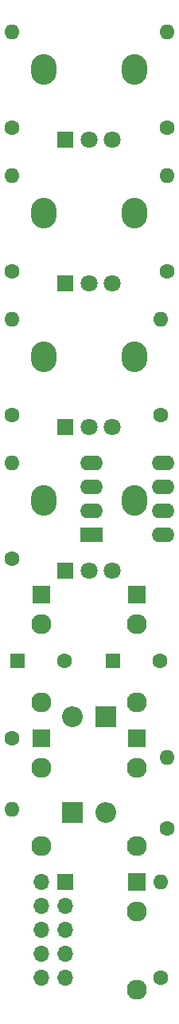
<source format=gbr>
%TF.GenerationSoftware,KiCad,Pcbnew,5.1.7-1.fc31*%
%TF.CreationDate,2021-04-20T15:52:53-04:00*%
%TF.ProjectId,4xmixer,34786d69-7865-4722-9e6b-696361645f70,rev?*%
%TF.SameCoordinates,Original*%
%TF.FileFunction,Soldermask,Top*%
%TF.FilePolarity,Negative*%
%FSLAX46Y46*%
G04 Gerber Fmt 4.6, Leading zero omitted, Abs format (unit mm)*
G04 Created by KiCad (PCBNEW 5.1.7-1.fc31) date 2021-04-20 15:52:53*
%MOMM*%
%LPD*%
G01*
G04 APERTURE LIST*
%ADD10O,2.400000X1.600000*%
%ADD11R,2.400000X1.600000*%
%ADD12O,1.600000X1.600000*%
%ADD13C,1.600000*%
%ADD14O,2.720000X3.240000*%
%ADD15C,1.800000*%
%ADD16R,1.800000X1.800000*%
%ADD17C,2.130000*%
%ADD18R,1.930000X1.830000*%
%ADD19O,1.700000X1.700000*%
%ADD20R,1.700000X1.700000*%
%ADD21O,2.200000X2.200000*%
%ADD22R,2.200000X2.200000*%
%ADD23R,1.600000X1.600000*%
G04 APERTURE END LIST*
D10*
%TO.C,U1*%
X43434000Y-74930000D03*
X35814000Y-67310000D03*
X43434000Y-72390000D03*
X35814000Y-69850000D03*
X43434000Y-69850000D03*
X35814000Y-72390000D03*
X43434000Y-67310000D03*
D11*
X35814000Y-74930000D03*
%TD*%
D12*
%TO.C,R8*%
X43180000Y-111760000D03*
D13*
X43180000Y-121920000D03*
%TD*%
D12*
%TO.C,R7*%
X43180000Y-52070000D03*
D13*
X43180000Y-62230000D03*
%TD*%
D12*
%TO.C,R6*%
X43815000Y-36830000D03*
D13*
X43815000Y-46990000D03*
%TD*%
D12*
%TO.C,R5*%
X43815000Y-21590000D03*
D13*
X43815000Y-31750000D03*
%TD*%
D12*
%TO.C,R4*%
X27305000Y-67310000D03*
D13*
X27305000Y-77470000D03*
%TD*%
D12*
%TO.C,R3*%
X27305000Y-52070000D03*
D13*
X27305000Y-62230000D03*
%TD*%
D12*
%TO.C,R2*%
X27305000Y-36830000D03*
D13*
X27305000Y-46990000D03*
%TD*%
D12*
%TO.C,R1*%
X27305000Y-21590000D03*
D13*
X27305000Y-31750000D03*
%TD*%
D14*
%TO.C,P4*%
X30720000Y-71240000D03*
X40320000Y-71240000D03*
D15*
X38020000Y-78740000D03*
X35520000Y-78740000D03*
D16*
X33020000Y-78740000D03*
%TD*%
D14*
%TO.C,P3*%
X30720000Y-56000000D03*
X40320000Y-56000000D03*
D15*
X38020000Y-63500000D03*
X35520000Y-63500000D03*
D16*
X33020000Y-63500000D03*
%TD*%
D14*
%TO.C,P2*%
X30720000Y-40760000D03*
X40320000Y-40760000D03*
D15*
X38020000Y-48260000D03*
X35520000Y-48260000D03*
D16*
X33020000Y-48260000D03*
%TD*%
D14*
%TO.C,P1*%
X30720000Y-25520000D03*
X40320000Y-25520000D03*
D15*
X38020000Y-33020000D03*
X35520000Y-33020000D03*
D16*
X33020000Y-33020000D03*
%TD*%
D17*
%TO.C,J6*%
X40640000Y-114860000D03*
D18*
X40640000Y-111760000D03*
D17*
X40640000Y-123160000D03*
%TD*%
D19*
%TO.C,J5*%
X30480000Y-121920000D03*
X33020000Y-121920000D03*
X30480000Y-119380000D03*
X33020000Y-119380000D03*
X30480000Y-116840000D03*
X33020000Y-116840000D03*
X30480000Y-114300000D03*
X33020000Y-114300000D03*
X30480000Y-111760000D03*
D20*
X33020000Y-111760000D03*
%TD*%
D17*
%TO.C,J4*%
X40640000Y-107920000D03*
D18*
X40640000Y-96520000D03*
D17*
X40640000Y-99620000D03*
%TD*%
%TO.C,J3*%
X30480000Y-99620000D03*
D18*
X30480000Y-96520000D03*
D17*
X30480000Y-107920000D03*
%TD*%
%TO.C,J2*%
X40640000Y-92680000D03*
D18*
X40640000Y-81280000D03*
D17*
X40640000Y-84380000D03*
%TD*%
%TO.C,J1*%
X30480000Y-92680000D03*
D18*
X30480000Y-81280000D03*
D17*
X30480000Y-84380000D03*
%TD*%
D21*
%TO.C,D2*%
X37338000Y-104394000D03*
D22*
X37338000Y-94234000D03*
%TD*%
D21*
%TO.C,D1*%
X33782000Y-94234000D03*
D22*
X33782000Y-104394000D03*
%TD*%
D13*
%TO.C,C4*%
X43100000Y-88265000D03*
D23*
X38100000Y-88265000D03*
%TD*%
D13*
%TO.C,C3*%
X32940000Y-88265000D03*
D23*
X27940000Y-88265000D03*
%TD*%
D12*
%TO.C,C2*%
X43815000Y-98545000D03*
D13*
X43815000Y-106045000D03*
%TD*%
D12*
%TO.C,C1*%
X27305000Y-104020000D03*
D13*
X27305000Y-96520000D03*
%TD*%
M02*

</source>
